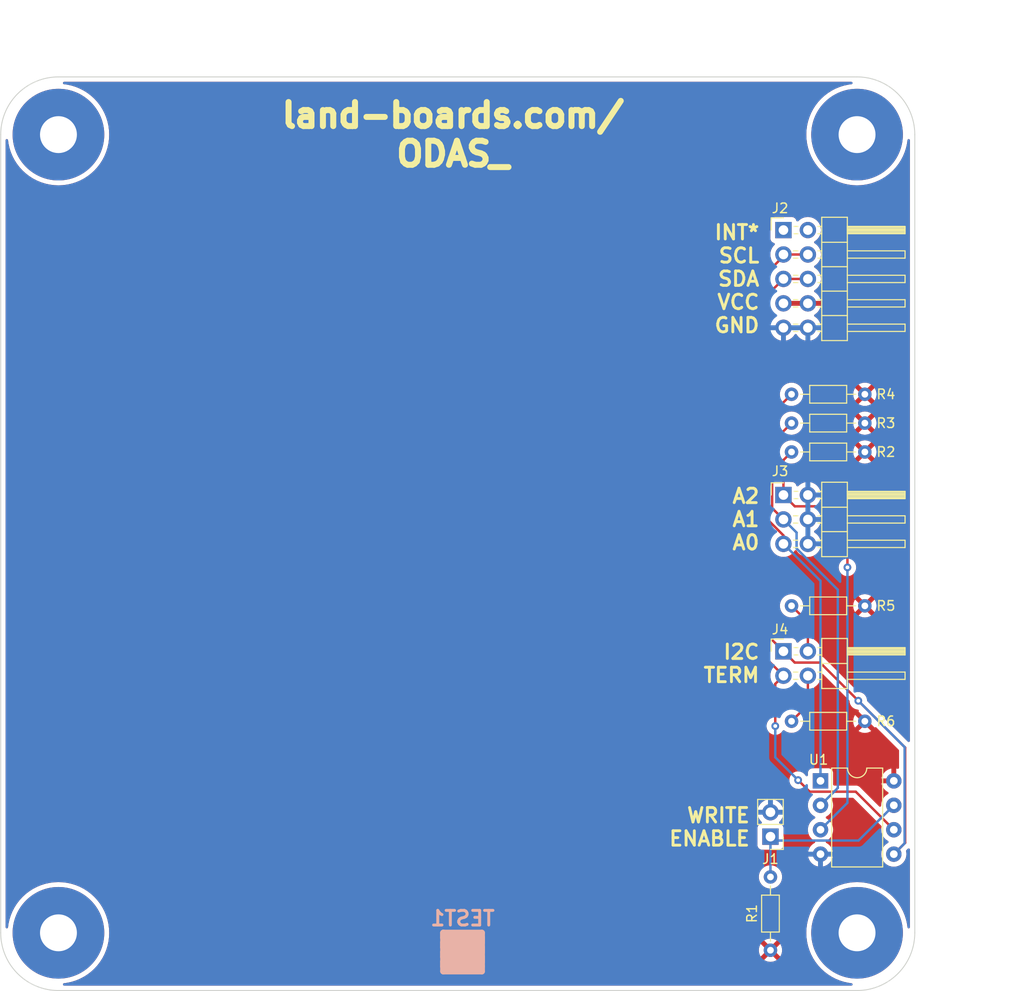
<source format=kicad_pcb>
(kicad_pcb (version 20211014) (generator pcbnew)
  (layers (0 "F.Cu" signal) (31 "B.Cu" signal) (34 "B.Paste" user) (35 "F.Paste" user) (36 "B.SilkS" user "B.Silkscreen") (37 "F.SilkS" user "F.Silkscreen") (38 "B.Mask" user) (39 "F.Mask" user) (44 "Edge.Cuts" user))
  (net 0 "")
  (net 1 "Net-(J1-Pad1)")
  (net 2 "GND")
  (net 5 "/SCL")
  (net 6 "/SDA")
  (net 7 "VCC")
  (net 8 "/A2")
  (net 9 "/A1")
  (net 10 "/A0")
  (net 11 "Net-(J4-Pad2)")
  (net 12 "Net-(J4-Pad4)")
  (footprint "Resistor_THT:R_Axial_DIN0204_L3.6mm_D1.6mm_P7.62mm_Horizontal" (layer "F.Cu") (at 144.81 82 180)
    (fp_text reference "R5" (at -2.19 0) (layer "F.SilkS"))
    (fp_text value "2.2K")
    (fp_line (start 6.68 0) (end 5.73 0) (layer "F.SilkS") (width 0.12))
    (fp_line (start 5.73 -0.92) (end 1.89 -0.92) (layer "F.SilkS") (width 0.12))
    (fp_line (start 5.73 0.92) (end 5.73 -0.92) (layer "F.SilkS") (width 0.12))
    (fp_line (start 0.94 0) (end 1.89 0) (layer "F.SilkS") (width 0.12))
    (fp_line (start 1.89 -0.92) (end 1.89 0.92) (layer "F.SilkS") (width 0.12))
    (fp_line (start 1.89 0.92) (end 5.73 0.92) (layer "F.SilkS") (width 0.12))
    (pad "1" thru_hole circle (at 0 0 180) (size 1.4 1.4) (drill 0.7) (layers *.Cu *.Mask) (net 7 "VCC"))
    (pad "2" thru_hole oval (at 7.62 0 180) (size 1.4 1.4) (drill 0.7) (layers *.Cu *.Mask) (net 11 "Net-(J4-Pad2)"))
  )
  (footprint "Resistor_THT:R_Axial_DIN0204_L3.6mm_D1.6mm_P7.62mm_Horizontal" (layer "F.Cu") (at 144.81 66 180)
    (fp_text reference "R2" (at -2.19 0) (layer "F.SilkS"))
    (fp_text value "2.2K")
    (fp_line (start 5.73 -0.92) (end 1.89 -0.92) (layer "F.SilkS") (width 0.12))
    (fp_line (start 1.89 0.92) (end 5.73 0.92) (layer "F.SilkS") (width 0.12))
    (fp_line (start 0.94 0) (end 1.89 0) (layer "F.SilkS") (width 0.12))
    (fp_line (start 5.73 0.92) (end 5.73 -0.92) (layer "F.SilkS") (width 0.12))
    (fp_line (start 1.89 -0.92) (end 1.89 0.92) (layer "F.SilkS") (width 0.12))
    (fp_line (start 6.68 0) (end 5.73 0) (layer "F.SilkS") (width 0.12))
    (pad "1" thru_hole circle (at 0 0 180) (size 1.4 1.4) (drill 0.7) (layers *.Cu *.Mask) (net 7 "VCC"))
    (pad "2" thru_hole oval (at 7.62 0 180) (size 1.4 1.4) (drill 0.7) (layers *.Cu *.Mask) (net 8 "/A2"))
  )
  (footprint "Connector_PinHeader_2.54mm:PinHeader_1x02_P2.54mm_Vertical" (layer "F.Cu") (at 135 106 180)
    (fp_text reference "J1" (at 0 -2.33) (layer "F.SilkS"))
    (fp_text value "Conn_01x02")
    (fp_line (start -1.33 0) (end -1.33 -1.33) (layer "F.SilkS") (width 0.12))
    (fp_line (start -1.33 1.27) (end 1.33 1.27) (layer "F.SilkS") (width 0.12))
    (fp_line (start -1.33 -1.33) (end 0 -1.33) (layer "F.SilkS") (width 0.12))
    (fp_line (start 1.33 1.27) (end 1.33 3.87) (layer "F.SilkS") (width 0.12))
    (fp_line (start -1.33 3.87) (end 1.33 3.87) (layer "F.SilkS") (width 0.12))
    (fp_line (start -1.33 1.27) (end -1.33 3.87) (layer "F.SilkS") (width 0.12))
    (pad "1" thru_hole rect (at 0 0 180) (size 1.7 1.7) (drill 1) (layers *.Cu *.Mask) (net 1 "Net-(J1-Pad1)"))
    (pad "2" thru_hole oval (at 0 2.54 180) (size 1.7 1.7) (drill 1) (layers *.Cu *.Mask) (net 2 "GND"))
  )
  (footprint "Package_DIP:DIP-8_W7.62mm" (layer "F.Cu") (at 140.2 100.2)
    (fp_text reference "U1" (at -0.2 -2.2) (layer "F.SilkS"))
    (fp_text value "24lC024")
    (fp_line (start 6.46 8.95) (end 6.46 -1.33) (layer "F.SilkS") (width 0.12))
    (fp_line (start 2.81 -1.33) (end 1.16 -1.33) (layer "F.SilkS") (width 0.12))
    (fp_line (start 1.16 8.95) (end 6.46 8.95) (layer "F.SilkS") (width 0.12))
    (fp_line (start 6.46 -1.33) (end 4.81 -1.33) (layer "F.SilkS") (width 0.12))
    (fp_line (start 1.16 -1.33) (end 1.16 8.95) (layer "F.SilkS") (width 0.12))
    (fp_arc (start 4.81 -1.33) (mid 3.81 -0.33) (end 2.81 -1.33) (layer "F.SilkS") (width 0.12))
    (pad "1" thru_hole rect (at 0 0) (size 1.6 1.6) (drill 0.8) (layers *.Cu *.Mask) (net 10 "/A0"))
    (pad "2" thru_hole oval (at 0 2.54) (size 1.6 1.6) (drill 0.8) (layers *.Cu *.Mask) (net 9 "/A1"))
    (pad "3" thru_hole oval (at 0 5.08) (size 1.6 1.6) (drill 0.8) (layers *.Cu *.Mask) (net 8 "/A2"))
    (pad "4" thru_hole oval (at 0 7.62) (size 1.6 1.6) (drill 0.8) (layers *.Cu *.Mask) (net 2 "GND"))
    (pad "5" thru_hole oval (at 7.62 7.62) (size 1.6 1.6) (drill 0.8) (layers *.Cu *.Mask) (net 6 "/SDA"))
    (pad "6" thru_hole oval (at 7.62 5.08) (size 1.6 1.6) (drill 0.8) (layers *.Cu *.Mask) (net 5 "/SCL"))
    (pad "7" thru_hole oval (at 7.62 2.54) (size 1.6 1.6) (drill 0.8) (layers *.Cu *.Mask) (net 1 "Net-(J1-Pad1)"))
    (pad "8" thru_hole oval (at 7.62 0) (size 1.6 1.6) (drill 0.8) (layers *.Cu *.Mask) (net 7 "VCC"))
  )
  (footprint "LandBoards_MountHoles:MTG-6-32" (layer "F.Cu") (at 144 33)
    (fp_text reference "MTG4" hide)
    (fp_text value "MTG_HOLE" hide)
    (pad "1" thru_hole circle locked (at 0 0) (size 9.525 9.525) (drill 3.8354) (layers *.Cu *.Mask) (clearance 0.508))
  )
  (footprint "Resistor_THT:R_Axial_DIN0204_L3.6mm_D1.6mm_P7.62mm_Horizontal" (layer "F.Cu") (at 135 117.81 90)
    (fp_text reference "R1" (at 3.81 -1.92 90) (layer "F.SilkS"))
    (fp_text value "1K")
    (fp_line (start 1.89 -0.92) (end 1.89 0.92) (layer "F.SilkS") (width 0.12))
    (fp_line (start 1.89 0.92) (end 5.73 0.92) (layer "F.SilkS") (width 0.12))
    (fp_line (start 6.68 0) (end 5.73 0) (layer "F.SilkS") (width 0.12))
    (fp_line (start 5.73 0.92) (end 5.73 -0.92) (layer "F.SilkS") (width 0.12))
    (fp_line (start 0.94 0) (end 1.89 0) (layer "F.SilkS") (width 0.12))
    (fp_line (start 5.73 -0.92) (end 1.89 -0.92) (layer "F.SilkS") (width 0.12))
    (pad "1" thru_hole circle (at 0 0 90) (size 1.4 1.4) (drill 0.7) (layers *.Cu *.Mask) (net 7 "VCC"))
    (pad "2" thru_hole oval (at 7.62 0 90) (size 1.4 1.4) (drill 0.7) (layers *.Cu *.Mask) (net 1 "Net-(J1-Pad1)"))
  )
  (footprint "Connector_PinHeader_2.54mm:PinHeader_2x02_P2.54mm_Horizontal" (layer "F.Cu") (at 136.35 86.725)
    (fp_text reference "J4" (at -0.35 -2.27) (layer "F.SilkS"))
    (fp_text value "Conn_02x02_Odd_Even")
    (fp_line (start 3.582929 0.38) (end 3.98 0.38) (layer "F.SilkS") (width 0.12))
    (fp_line (start 3.98 3.87) (end 6.64 3.87) (layer "F.SilkS") (width 0.12))
    (fp_line (start 6.64 -1.33) (end 3.98 -1.33) (layer "F.SilkS") (width 0.12))
    (fp_line (start 1.042929 2.16) (end 1.497071 2.16) (layer "F.SilkS") (width 0.12))
    (fp_line (start 1.042929 2.92) (end 1.497071 2.92) (layer "F.SilkS") (width 0.12))
    (fp_line (start -1.27 -1.27) (end 0 -1.27) (layer "F.SilkS") (width 0.12))
    (fp_line (start 3.582929 -0.38) (end 3.98 -0.38) (layer "F.SilkS") (width 0.12))
    (fp_line (start 6.64 3.87) (end 6.64 -1.33) (layer "F.SilkS") (width 0.12))
    (fp_line (start 3.582929 2.16) (end 3.98 2.16) (layer "F.SilkS") (width 0.12))
    (fp_line (start 6.64 0.28) (end 12.64 0.28) (layer "F.SilkS") (width 0.12))
    (fp_line (start 6.64 -0.38) (end 12.64 -0.38) (layer "F.SilkS") (width 0.12))
    (fp_line (start -1.27 0) (end -1.27 -1.27) (layer "F.SilkS") (width 0.12))
    (fp_line (start 6.64 0.16) (end 12.64 0.16) (layer "F.SilkS") (width 0.12))
    (fp_line (start 6.64 2.16) (end 12.64 2.16) (layer "F.SilkS") (width 0.12))
    (fp_line (start 6.64 -0.32) (end 12.64 -0.32) (layer "F.SilkS") (width 0.12))
    (fp_line (start 6.64 -0.08) (end 12.64 -0.08) (layer "F.SilkS") (width 0.12))
    (fp_line (start 3.582929 2.92) (end 3.98 2.92) (layer "F.SilkS") (width 0.12))
    (fp_line (start 1.11 -0.38) (end 1.497071 -0.38) (layer "F.SilkS") (width 0.12))
    (fp_line (start 12.64 -0.38) (end 12.64 0.38) (layer "F.SilkS") (width 0.12))
    (fp_line (start 12.64 0.38) (end 6.64 0.38) (layer "F.SilkS") (width 0.12))
    (fp_line (start 1.11 0.38) (end 1.497071 0.38) (layer "F.SilkS") (width 0.12))
    (fp_line (start 6.64 0.04) (end 12.64 0.04) (layer "F.SilkS") (width 0.12))
    (fp_line (start 12.64 2.92) (end 6.64 2.92) (layer "F.SilkS") (width 0.12))
    (fp_line (start 12.64 2.16) (end 12.64 2.92) (layer "F.SilkS") (width 0.12))
    (fp_line (start 3.98 -1.33) (end 3.98 3.87) (layer "F.SilkS") (width 0.12))
    (fp_line (start 3.98 1.27) (end 6.64 1.27) (layer "F.SilkS") (width 0.12))
    (fp_line (start 6.64 -0.2) (end 12.64 -0.2) (layer "F.SilkS") (width 0.12))
    (pad "1" thru_hole rect (at 0 0) (size 1.7 1.7) (drill 1) (layers *.Cu *.Mask) (net 6 "/SDA"))
    (pad "2" thru_hole oval (at 2.54 0) (size 1.7 1.7) (drill 1) (layers *.Cu *.Mask) (net 11 "Net-(J4-Pad2)"))
    (pad "3" thru_hole oval (at 0 2.54) (size 1.7 1.7) (drill 1) (layers *.Cu *.Mask) (net 5 "/SCL"))
    (pad "4" thru_hole oval (at 2.54 2.54) (size 1.7 1.7) (drill 1) (layers *.Cu *.Mask) (net 12 "Net-(J4-Pad4)"))
  )
  (footprint "Connector_PinHeader_2.54mm:PinHeader_2x05_P2.54mm_Horizontal" (layer "F.Cu") (at 136.35 42.925)
    (fp_text reference "J2" (at -0.35 -2.27) (layer "F.SilkS"))
    (fp_text value "Conn_02x05_Odd_Even")
    (fp_line (start 3.98 6.35) (end 6.64 6.35) (layer "F.SilkS") (width 0.12))
    (fp_line (start 6.64 11.49) (end 6.64 -1.33) (layer "F.SilkS") (width 0.12))
    (fp_line (start 6.64 -0.2) (end 12.64 -0.2) (layer "F.SilkS") (width 0.12))
    (fp_line (start 3.582929 9.78) (end 3.98 9.78) (layer "F.SilkS") (width 0.12))
    (fp_line (start 3.582929 -0.38) (end 3.98 -0.38) (layer "F.SilkS") (width 0.12))
    (fp_line (start 6.64 0.04) (end 12.64 0.04) (layer "F.SilkS") (width 0.12))
    (fp_line (start 3.582929 2.92) (end 3.98 2.92) (layer "F.SilkS") (width 0.12))
    (fp_line (start 12.64 9.78) (end 12.64 10.54) (layer "F.SilkS") (width 0.12))
    (fp_line (start 1.042929 10.54) (end 1.497071 10.54) (layer "F.SilkS") (width 0.12))
    (fp_line (start 3.582929 0.38) (end 3.98 0.38) (layer "F.SilkS") (width 0.12))
    (fp_line (start 12.64 10.54) (end 6.64 10.54) (layer "F.SilkS") (width 0.12))
    (fp_line (start 6.64 4.7) (end 12.64 4.7) (layer "F.SilkS") (width 0.12))
    (fp_line (start 1.042929 7.24) (end 1.497071 7.24) (layer "F.SilkS") (width 0.12))
    (fp_line (start 12.64 7.24) (end 12.64 8) (layer "F.SilkS") (width 0.12))
    (fp_line (start -1.27 -1.27) (end 0 -1.27) (layer "F.SilkS") (width 0.12))
    (fp_line (start 12.64 5.46) (end 6.64 5.46) (layer "F.SilkS") (width 0.12))
    (fp_line (start 12.64 2.92) (end 6.64 2.92) (layer "F.SilkS") (width 0.12))
    (fp_line (start 6.64 2.16) (end 12.64 2.16) (layer "F.SilkS") (width 0.12))
    (fp_line (start 3.98 3.81) (end 6.64 3.81) (layer "F.SilkS") (width 0.12))
    (fp_line (start 12.64 0.38) (end 6.64 0.38) (layer "F.SilkS") (width 0.12))
    (fp_line (start 6.64 -1.33) (end 3.98 -1.33) (layer "F.SilkS") (width 0.12))
    (fp_line (start 3.582929 8) (end 3.98 8) (layer "F.SilkS") (width 0.12))
    (fp_line (start 6.64 -0.38) (end 12.64 -0.38) (layer "F.SilkS") (width 0.12))
    (fp_line (start 3.582929 5.46) (end 3.98 5.46) (layer "F.SilkS") (width 0.12))
    (fp_line (start 1.042929 8) (end 1.497071 8) (layer "F.SilkS") (width 0.12))
    (fp_line (start 12.64 4.7) (end 12.64 5.46) (layer "F.SilkS") (width 0.12))
    (fp_line (start 3.98 8.89) (end 6.64 8.89) (layer "F.SilkS") (width 0.12))
    (fp_line (start 3.582929 2.16) (end 3.98 2.16) (layer "F.SilkS") (width 0.12))
    (fp_line (start 6.64 -0.32) (end 12.64 -0.32) (layer "F.SilkS") (width 0.12))
    (fp_line (start 12.64 2.16) (end 12.64 2.92) (layer "F.SilkS") (width 0.12))
    (fp_line (start 6.64 0.28) (end 12.64 0.28) (layer "F.SilkS") (width 0.12))
    (fp_line (start 1.042929 4.7) (end 1.497071 4.7) (layer "F.SilkS") (width 0.12))
    (fp_line (start 12.64 -0.38) (end 12.64 0.38) (layer "F.SilkS") (width 0.12))
    (fp_line (start 1.042929 2.16) (end 1.497071 2.16) (layer "F.SilkS") (width 0.12))
    (fp_line (start 6.64 9.78) (end 12.64 9.78) (layer "F.SilkS") (width 0.12))
    (fp_line (start 1.042929 2.92) (end 1.497071 2.92) (layer "F.SilkS") (width 0.12))
    (fp_line (start 1.11 -0.38) (end 1.497071 -0.38) (layer "F.SilkS") (width 0.12))
    (fp_line (start 6.64 -0.08) (end 12.64 -0.08) (layer "F.SilkS") (width 0.12))
    (fp_line (start 6.64 0.16) (end 12.64 0.16) (layer "F.SilkS") (width 0.12))
    (fp_line (start 1.042929 9.78) (end 1.497071 9.78) (layer "F.SilkS") (width 0.12))
    (fp_line (start 1.042929 5.46) (end 1.497071 5.46) (layer "F.SilkS") (width 0.12))
    (fp_line (start 3.98 -1.33) (end 3.98 11.49) (layer "F.SilkS") (width 0.12))
    (fp_line (start -1.27 0) (end -1.27 -1.27) (layer "F.SilkS") (width 0.12))
    (fp_line (start 3.582929 4.7) (end 3.98 4.7) (layer "F.SilkS") (width 0.12))
    (fp_line (start 6.64 7.24) (end 12.64 7.24) (layer "F.SilkS") (width 0.12))
    (fp_line (start 1.11 0.38) (end 1.497071 0.38) (layer "F.SilkS") (width 0.12))
    (fp_line (start 3.582929 10.54) (end 3.98 10.54) (layer "F.SilkS") (width 0.12))
    (fp_line (start 3.98 1.27) (end 6.64 1.27) (layer "F.SilkS") (width 0.12))
    (fp_line (start 12.64 8) (end 6.64 8) (layer "F.SilkS") (width 0.12))
    (fp_line (start 3.98 11.49) (end 6.64 11.49) (layer "F.SilkS") (width 0.12))
    (fp_line (start 3.582929 7.24) (end 3.98 7.24) (layer "F.SilkS") (width 0.12))
    (pad "1" thru_hole rect (at 0 0) (size 1.7 1.7) (drill 1) (layers *.Cu *.Mask))
    (pad "2" thru_hole oval (at 2.54 0) (size 1.7 1.7) (drill 1) (layers *.Cu *.Mask))
    (pad "3" thru_hole oval (at 0 2.54) (size 1.7 1.7) (drill 1) (layers *.Cu *.Mask) (net 5 "/SCL"))
    (pad "4" thru_hole oval (at 2.54 2.54) (size 1.7 1.7) (drill 1) (layers *.Cu *.Mask) (net 5 "/SCL"))
    (pad "5" thru_hole oval (at 0 5.08) (size 1.7 1.7) (drill 1) (layers *.Cu *.Mask) (net 6 "/SDA"))
    (pad "6" thru_hole oval (at 2.54 5.08) (size 1.7 1.7) (drill 1) (layers *.Cu *.Mask) (net 6 "/SDA"))
    (pad "7" thru_hole oval (at 0 7.62) (size 1.7 1.7) (drill 1) (layers *.Cu *.Mask) (net 7 "VCC"))
    (pad "8" thru_hole oval (at 2.54 7.62) (size 1.7 1.7) (drill 1) (layers *.Cu *.Mask) (net 7 "VCC"))
    (pad "9" thru_hole oval (at 0 10.16) (size 1.7 1.7) (drill 1) (layers *.Cu *.Mask) (net 2 "GND"))
    (pad "10" thru_hole oval (at 2.54 10.16) (size 1.7 1.7) (drill 1) (layers *.Cu *.Mask) (net 2 "GND"))
  )
  (footprint "LandBoards_MountHoles:MTG-6-32" (layer "F.Cu") (at 61 116)
    (fp_text reference "MTG1" hide)
    (fp_text value "MTG_HOLE" hide)
    (pad "1" thru_hole circle locked (at 0 0) (size 9.525 9.525) (drill 3.8354) (layers *.Cu *.Mask) (clearance 0.508))
  )
  (footprint "Resistor_THT:R_Axial_DIN0204_L3.6mm_D1.6mm_P7.62mm_Horizontal" (layer "F.Cu") (at 144.81 60 180)
    (fp_text reference "R4" (at -2.19 0) (layer "F.SilkS"))
    (fp_text value "2.2K")
    (fp_line (start 1.89 -0.92) (end 1.89 0.92) (layer "F.SilkS") (width 0.12))
    (fp_line (start 0.94 0) (end 1.89 0) (layer "F.SilkS") (width 0.12))
    (fp_line (start 1.89 0.92) (end 5.73 0.92) (layer "F.SilkS") (width 0.12))
    (fp_line (start 5.73 -0.92) (end 1.89 -0.92) (layer "F.SilkS") (width 0.12))
    (fp_line (start 6.68 0) (end 5.73 0) (layer "F.SilkS") (width 0.12))
    (fp_line (start 5.73 0.92) (end 5.73 -0.92) (layer "F.SilkS") (width 0.12))
    (pad "1" thru_hole circle (at 0 0 180) (size 1.4 1.4) (drill 0.7) (layers *.Cu *.Mask) (net 7 "VCC"))
    (pad "2" thru_hole oval (at 7.62 0 180) (size 1.4 1.4) (drill 0.7) (layers *.Cu *.Mask) (net 10 "/A0"))
  )
  (footprint "Connector_PinHeader_2.54mm:PinHeader_2x03_P2.54mm_Horizontal" (layer "F.Cu") (at 136.35 70.475)
    (fp_text reference "J3" (at -0.35 -2.475) (layer "F.SilkS"))
    (fp_text value "Conn_02x03_Counter_Clockwise")
    (fp_line (start 3.98 3.81) (end 6.64 3.81) (layer "F.SilkS") (width 0.12))
    (fp_line (start 3.582929 2.92) (end 3.98 2.92) (layer "F.SilkS") (width 0.12))
    (fp_line (start 6.64 2.16) (end 12.64 2.16) (layer "F.SilkS") (width 0.12))
    (fp_line (start 12.64 0.38) (end 6.64 0.38) (layer "F.SilkS") (width 0.12))
    (fp_line (start 1.11 0.38) (end 1.497071 0.38) (layer "F.SilkS") (width 0.12))
    (fp_line (start 6.64 4.7) (end 12.64 4.7) (layer "F.SilkS") (width 0.12))
    (fp_line (start 6.64 -1.33) (end 3.98 -1.33) (layer "F.SilkS") (width 0.12))
    (fp_line (start 6.64 -0.08) (end 12.64 -0.08) (layer "F.SilkS") (width 0.12))
    (fp_line (start 6.64 0.28) (end 12.64 0.28) (layer "F.SilkS") (width 0.12))
    (fp_line (start 12.64 2.16) (end 12.64 2.92) (layer "F.SilkS") (width 0.12))
    (fp_line (start 12.64 4.7) (end 12.64 5.46) (layer "F.SilkS") (width 0.12))
    (fp_line (start 6.64 -0.32) (end 12.64 -0.32) (layer "F.SilkS") (width 0.12))
    (fp_line (start 12.64 5.46) (end 6.64 5.46) (layer "F.SilkS") (width 0.12))
    (fp_line (start 1.042929 2.92) (end 1.497071 2.92) (layer "F.SilkS") (width 0.12))
    (fp_line (start -1.27 -1.27) (end 0 -1.27) (layer "F.SilkS") (width 0.12))
    (fp_line (start 3.582929 0.38) (end 3.98 0.38) (layer "F.SilkS") (width 0.12))
    (fp_line (start 1.11 -0.38) (end 1.497071 -0.38) (layer "F.SilkS") (width 0.12))
    (fp_line (start 6.64 -0.38) (end 12.64 -0.38) (layer "F.SilkS") (width 0.12))
    (fp_line (start 1.042929 5.46) (end 1.497071 5.46) (layer "F.SilkS") (width 0.12))
    (fp_line (start 12.64 -0.38) (end 12.64 0.38) (layer "F.SilkS") (width 0.12))
    (fp_line (start 6.64 0.16) (end 12.64 0.16) (layer "F.SilkS") (width 0.12))
    (fp_line (start 6.64 0.04) (end 12.64 0.04) (layer "F.SilkS") (width 0.12))
    (fp_line (start 3.98 -1.33) (end 3.98 6.41) (layer "F.SilkS") (width 0.12))
    (fp_line (start 1.042929 2.16) (end 1.497071 2.16) (layer "F.SilkS") (width 0.12))
    (fp_line (start 3.582929 2.16) (end 3.98 2.16) (layer "F.SilkS") (width 0.12))
    (fp_line (start 3.582929 4.7) (end 3.98 4.7) (layer "F.SilkS") (width 0.12))
    (fp_line (start 6.64 6.41) (end 6.64 -1.33) (layer "F.SilkS") (width 0.12))
    (fp_line (start 3.582929 -0.38) (end 3.98 -0.38) (layer "F.SilkS") (width 0.12))
    (fp_line (start 3.98 1.27) (end 6.64 1.27) (layer "F.SilkS") (width 0.12))
    (fp_line (start 3.582929 5.46) (end 3.98 5.46) (layer "F.SilkS") (width 0.12))
    (fp_line (start 12.64 2.92) (end 6.64 2.92) (layer "F.SilkS") (width 0.12))
    (fp_line (start 3.98 6.41) (end 6.64 6.41) (layer "F.SilkS") (width 0.12))
    (fp_line (start 1.042929 4.7) (end 1.497071 4.7) (layer "F.SilkS") (width 0.12))
    (fp_line (start 6.64 -0.2) (end 12.64 -0.2) (layer "F.SilkS") (width 0.12))
    (fp_line (start -1.27 0) (end -1.27 -1.27) (layer "F.SilkS") (width 0.12))
    (pad "1" thru_hole rect (at 0 0) (size 1.7 1.7) (drill 1) (layers *.Cu *.Mask) (net 8 "/A2"))
    (pad "2" thru_hole oval (at 2.54 0) (size 1.7 1.7) (drill 1) (layers *.Cu *.Mask) (net 2 "GND"))
    (pad "3" thru_hole oval (at 0 2.54) (size 1.7 1.7) (drill 1) (layers *.Cu *.Mask) (net 9 "/A1"))
    (pad "4" thru_hole oval (at 2.54 2.54) (size 1.7 1.7) (drill 1) (layers *.Cu *.Mask) (net 2 "GND"))
    (pad "5" thru_hole oval (at 0 5.08) (size 1.7 1.7) (drill 1) (layers *.Cu *.Mask) (net 10 "/A0"))
    (pad "6" thru_hole oval (at 2.54 5.08) (size 1.7 1.7) (drill 1) (layers *.Cu *.Mask) (net 2 "GND"))
  )
  (footprint "Resistor_THT:R_Axial_DIN0204_L3.6mm_D1.6mm_P7.62mm_Horizontal" (layer "F.Cu") (at 144.81 94 180)
    (fp_text reference "R6" (at -2.19 0) (layer "F.SilkS"))
    (fp_text value "2.2K")
    (fp_line (start 1.89 0.92) (end 5.73 0.92) (layer "F.SilkS") (width 0.12))
    (fp_line (start 0.94 0) (end 1.89 0) (layer "F.SilkS") (width 0.12))
    (fp_line (start 6.68 0) (end 5.73 0) (layer "F.SilkS") (width 0.12))
    (fp_line (start 5.73 -0.92) (end 1.89 -0.92) (layer "F.SilkS") (width 0.12))
    (fp_line (start 5.73 0.92) (end 5.73 -0.92) (layer "F.SilkS") (width 0.12))
    (fp_line (start 1.89 -0.92) (end 1.89 0.92) (layer "F.SilkS") (width 0.12))
    (pad "1" thru_hole circle (at 0 0 180) (size 1.4 1.4) (drill 0.7) (layers *.Cu *.Mask) (net 7 "VCC"))
    (pad "2" thru_hole oval (at 7.62 0 180) (size 1.4 1.4) (drill 0.7) (layers *.Cu *.Mask) (net 12 "Net-(J4-Pad4)"))
  )
  (footprint "LandBoards_Marking:TEST_BLK-REAR" (layer "F.Cu") (at 103 118)
    (fp_text reference "TEST1" (at 0 -3.5) (layer "B.SilkS") (effects (font (size 1.524 1.524) (thickness 0.3048)) (justify mirror)))
    (fp_text value "TEST_COUPON" hide)
    (fp_line (start 2 -0.5) (end 2 0) (layer "B.SilkS") (width 0.65))
    (fp_line (start 2 0) (end -2 0) (layer "B.SilkS") (width 0.65))
    (fp_line (start -2 2) (end -2 -2) (layer "B.SilkS") (width 0.65))
    (fp_line (start -2 -2) (end -2 -1.5) (layer "B.SilkS") (width 0.65))
    (fp_line (start -2 1) (end -2 1.5) (layer "B.SilkS") (width 0.65))
    (fp_line (start -2 -2) (end 2 -2) (layer "B.SilkS") (width 0.65))
    (fp_line (start 2 1) (end -2 1) (layer "B.SilkS") (width 0.65))
    (fp_line (start -2 -0.5) (end 2 -0.5) (layer "B.SilkS") (width 0.65))
    (fp_line (start 2 2) (end -2 2) (layer "B.SilkS") (width 0.65))
    (fp_line (start -2 1.5) (end 2 1.5) (layer "B.SilkS") (width 0.65))
    (fp_line (start 2 -1.5) (end 2 -1) (layer "B.SilkS") (width 0.65))
    (fp_line (start 2 0.5) (end 2 1) (layer "B.SilkS") (width 0.65))
    (fp_line (start 1.5 0.5) (end 2 0.5) (layer "B.SilkS") (width 0.65))
    (fp_line (start -2 -1) (end -2 -0.5) (layer "B.SilkS") (width 0.65))
    (fp_line (start -2 0.5) (end 1.5 0.5) (layer "B.SilkS") (width 0.65))
    (fp_line (start -2 0) (end -2 0.5) (layer "B.SilkS") (width 0.65))
    (fp_line (start -2 -1.5) (end 2 -1.5) (layer "B.SilkS") (width 0.65))
    (fp_line (start 2 -2) (end 2 2) (layer "B.SilkS") (width 0.65))
    (fp_line (start 2 -1) (end -2 -1) (layer "B.SilkS") (width 0.65))
  )
  (footprint "Resistor_THT:R_Axial_DIN0204_L3.6mm_D1.6mm_P7.62mm_Horizontal" (layer "F.Cu") (at 144.81 63 180)
    (fp_text reference "R3" (at -2.19 0) (layer "F.SilkS"))
    (fp_text value "2.2K")
    (fp_line (start 5.73 -0.92) (end 1.89 -0.92) (layer "F.SilkS") (width 0.12))
    (fp_line (start 0.94 0) (end 1.89 0) (layer "F.SilkS") (width 0.12))
    (fp_line (start 1.89 0.92) (end 5.73 0.92) (layer "F.SilkS") (width 0.12))
    (fp_line (start 1.89 -0.92) (end 1.89 0.92) (layer "F.SilkS") (width 0.12))
    (fp_line (start 6.68 0) (end 5.73 0) (layer "F.SilkS") (width 0.12))
    (fp_line (start 5.73 0.92) (end 5.73 -0.92) (layer "F.SilkS") (width 0.12))
    (pad "1" thru_hole circle (at 0 0 180) (size 1.4 1.4) (drill 0.7) (layers *.Cu *.Mask) (net 7 "VCC"))
    (pad "2" thru_hole oval (at 7.62 0 180) (size 1.4 1.4) (drill 0.7) (layers *.Cu *.Mask) (net 9 "/A1"))
  )
  (footprint "LandBoards_MountHoles:MTG-6-32" (layer "F.Cu") (at 144 116)
    (fp_text reference "MTG2" hide)
    (fp_text value "MTG_HOLE" hide)
    (pad "1" thru_hole circle locked (at 0 0) (size 9.525 9.525) (drill 3.8354) (layers *.Cu *.Mask) (clearance 0.508))
  )
  (footprint "LandBoards_MountHoles:MTG-6-32" (layer "F.Cu") (at 61 33)
    (fp_text reference "MTG3" hide)
    (fp_text value "MTG_HOLE" hide)
    (pad "1" thru_hole circle locked (at 0 0) (size 9.525 9.525) (drill 3.8354) (layers *.Cu *.Mask) (clearance 0.508))
  )
  (gr_line (start 144 27) (end 61 27) (layer "Edge.Cuts") (width 0.1))
  (gr_arc (start 61 122) (mid 56.757359 120.242641) (end 55 116) (layer "Edge.Cuts") (width 0.1))
  (gr_line (start 55 33) (end 55 116) (layer "Edge.Cuts") (width 0.1))
  (gr_arc (start 55 33) (mid 56.757359 28.757359) (end 61 27) (layer "Edge.Cuts") (width 0.1))
  (gr_arc (start 150 116) (mid 148.242641 120.242641) (end 144 122) (layer "Edge.Cuts") (width 0.1))
  (gr_arc (start 144 27) (mid 148.242641 28.757359) (end 150 33) (layer "Edge.Cuts") (width 0.1))
  (gr_line (start 61 122) (end 144 122) (layer "Edge.Cuts") (width 0.1))
  (gr_line (start 150 116) (end 150 33) (layer "Edge.Cuts") (width 0.1))
  (gr_text "WRITE\nENABLE" (at 133 105) (layer "F.SilkS") (effects (font (size 1.5 1.5) (thickness 0.3)) (justify right)))
  (gr_text "INT*\nSCL\nSDA\nVCC\nGND" (at 134 48) (layer "F.SilkS") (effects (font (size 1.5 1.5) (thickness 0.3)) (justify right)))
  (gr_text "A2\nA1\nA0" (at 134 73) (layer "F.SilkS") (effects (font (size 1.5 1.5) (thickness 0.3)) (justify right)))
  (gr_text "I2C\nTERM" (at 134 88) (layer "F.SilkS") (effects (font (size 1.5 1.5) (thickness 0.3)) (justify right)))
  (gr_text "land-boards.com/\nODAS_" (at 102 33) (layer "F.SilkS") (effects (font (size 2.5 2.5) (thickness 0.625))))
  (segment (start 135 106) (end 135.404511 106.404511) (width 0.25) (layer "B.Cu") (net 1))
  (segment (start 135.404511 106.404511) (end 144.155489 106.404511) (width 0.25) (layer "B.Cu") (net 1))
  (segment (start 144.155489 106.404511) (end 147.82 102.74) (width 0.25) (layer "B.Cu") (net 1))
  (segment (start 135 110.19) (end 135 106) (width 0.25) (layer "B.Cu") (net 1))
  (segment (start 133.826929 48.173071) (end 133.826929 86.741929) (width 0.25) (layer "F.Cu") (net 5))
  (segment (start 139.075489 101.324511) (end 143.864511 101.324511) (width 0.25) (layer "F.Cu") (net 5))
  (segment (start 136.35 89.265) (end 135.5 90.115) (width 0.25) (layer "F.Cu") (net 5))
  (segment (start 138.89 45.465) (end 136.35 45.465) (width 0.25) (layer "F.Cu") (net 5))
  (segment (start 136.35 45.465) (end 136.35 45.65) (width 0.25) (layer "F.Cu") (net 5))
  (segment (start 135.5 90.115) (end 135.5 94.5) (width 0.25) (layer "F.Cu") (net 5))
  (segment (start 143.864511 101.324511) (end 147.82 105.28) (width 0.25) (layer "F.Cu") (net 5))
  (segment (start 133.826929 86.741929) (end 136.35 89.265) (width 0.25) (layer "F.Cu") (net 5))
  (segment (start 136.35 45.65) (end 133.826929 48.173071) (width 0.25) (layer "F.Cu") (net 5))
  (segment (start 137.875489 100.124511) (end 139.075489 101.324511) (width 0.25) (layer "F.Cu") (net 5))
  (via (at 135.5 94.5) (size 0.8) (drill 0.4) (layers "F.Cu" "B.Cu") (net 5))
  (via (at 137.875489 100.124511) (size 0.8) (drill 0.4) (layers "F.Cu" "B.Cu") (net 5))
  (segment (start 135.5 94.5) (end 135.5 97.749022) (width 0.25) (layer "B.Cu") (net 5))
  (segment (start 135.5 97.749022) (end 137.875489 100.124511) (width 0.25) (layer "B.Cu") (net 5))
  (segment (start 136.35 86.725) (end 137.524511 87.899511) (width 0.25) (layer "F.Cu") (net 6))
  (segment (start 149 106.64) (end 147.82 107.82) (width 0.25) (layer "F.Cu") (net 6))
  (segment (start 144.129439 91.870561) (end 149 96.741122) (width 0.25) (layer "F.Cu") (net 6))
  (segment (start 149 96.741122) (end 149 106.64) (width 0.25) (layer "F.Cu") (net 6))
  (segment (start 136.35 48.005) (end 134.276449 50.078551) (width 0.25) (layer "F.Cu") (net 6))
  (segment (start 136.35 48.005) (end 138.89 48.005) (width 0.25) (layer "F.Cu") (net 6))
  (segment (start 134.276449 50.078551) (end 134.276449 84.651449) (width 0.25) (layer "F.Cu") (net 6))
  (segment (start 134.276449 84.651449) (end 136.35 86.725) (width 0.25) (layer "F.Cu") (net 6))
  (segment (start 140.158389 87.899511) (end 144.129439 91.870561) (width 0.25) (layer "F.Cu") (net 6))
  (segment (start 137.524511 87.899511) (end 140.158389 87.899511) (width 0.25) (layer "F.Cu") (net 6))
  (via (at 144.129439 91.870561) (size 0.8) (drill 0.4) (layers "F.Cu" "B.Cu") (net 6))
  (segment (start 148.944511 106.695489) (end 148.944511 96.685633) (width 0.25) (layer "B.Cu") (net 6))
  (segment (start 148.944511 96.685633) (end 144.129439 91.870561) (width 0.25) (layer "B.Cu") (net 6))
  (segment (start 147.82 107.82) (end 148.944511 106.695489) (width 0.25) (layer "B.Cu") (net 6))
  (segment (start 139.649511 71.649511) (end 143 75) (width 0.25) (layer "F.Cu") (net 8))
  (segment (start 143 75) (end 143 78) (width 0.25) (layer "F.Cu") (net 8))
  (segment (start 136.35 70.475) (end 136.35 66.84) (width 0.25) (layer "F.Cu") (net 8))
  (segment (start 136.35 70.475) (end 137.524511 71.649511) (width 0.25) (layer "F.Cu") (net 8))
  (segment (start 136.35 66.84) (end 137.19 66) (width 0.25) (layer "F.Cu") (net 8))
  (segment (start 137.524511 71.649511) (end 139.649511 71.649511) (width 0.25) (layer "F.Cu") (net 8))
  (via (at 143 78) (size 0.8) (drill 0.4) (layers "F.Cu" "B.Cu") (net 8))
  (segment (start 143 78) (end 143 102.48) (width 0.25) (layer "B.Cu") (net 8))
  (segment (start 143 102.48) (end 140.2 105.28) (width 0.25) (layer "B.Cu") (net 8))
  (segment (start 135.175489 65.014511) (end 137.19 63) (width 0.25) (layer "F.Cu") (net 9))
  (segment (start 136.35 73.015) (end 135.175489 71.840489) (width 0.25) (layer "F.Cu") (net 9))
  (segment (start 135.175489 71.840489) (end 135.175489 65.014511) (width 0.25) (layer "F.Cu") (net 9))
  (segment (start 137.715489 74.380489) (end 137.715489 76.041499) (width 0.25) (layer "B.Cu") (net 9))
  (segment (start 137.715489 76.041499) (end 142 80.32601) (width 0.25) (layer "B.Cu") (net 9))
  (segment (start 136.35 73.015) (end 137.715489 74.380489) (width 0.25) (layer "B.Cu") (net 9))
  (segment (start 142 100.94) (end 140.2 102.74) (width 0.25) (layer "B.Cu") (net 9))
  (segment (start 142 80.32601) (end 142 100.94) (width 0.25) (layer "B.Cu") (net 9))
  (segment (start 136.35 75.555) (end 136.35 74.67601) (width 0.25) (layer "F.Cu") (net 10))
  (segment (start 134.725969 73.051979) (end 134.725969 62.464031) (width 0.25) (layer "F.Cu") (net 10))
  (segment (start 134.725969 62.464031) (end 137.19 60) (width 0.25) (layer "F.Cu") (net 10))
  (segment (start 136.35 74.67601) (end 134.725969 73.051979) (width 0.25) (layer "F.Cu") (net 10))
  (segment (start 136.35 75.555) (end 140.2 79.405) (width 0.25) (layer "B.Cu") (net 10))
  (segment (start 140.2 79.405) (end 140.2 100.2) (width 0.25) (layer "B.Cu") (net 10))
  (segment (start 138.89 86.725) (end 138.89 83.7) (width 0.25) (layer "F.Cu") (net 11))
  (segment (start 138.89 83.7) (end 137.19 82) (width 0.25) (layer "F.Cu") (net 11))
  (segment (start 137.19 94) (end 138.89 92.3) (width 0.25) (layer "F.Cu") (net 12))
  (segment (start 138.89 92.3) (end 138.89 89.265) (width 0.25) (layer "F.Cu") (net 12))
  (zone (net 7) (net_name "VCC") (layer "F.Cu") (connect_pads (clearance 0.508)) (min_thickness 0.254) (fill yes (thermal_gap 0.508) (thermal_bridge_width 0.508))
    (polygon (pts (xy 148 29) (xy 150 33) (xy 150 116) (xy 148 120) (xy 144 122) (xy 61 122) (xy 56 119) (xy 55 115) (xy 55 32) (xy 57 28) (xy 61 27) (xy 144 27)))
  )
  (zone (net 2) (net_name "GND") (layer "B.Cu") (connect_pads (clearance 0.508)) (min_thickness 0.254) (fill yes (thermal_gap 0.508) (thermal_bridge_width 0.508))
    (polygon (pts (xy 148 29) (xy 150 33) (xy 150 116) (xy 148 120) (xy 144 122) (xy 61 122) (xy 56 119) (xy 55 115) (xy 55 32) (xy 57 29) (xy 61 27) (xy 144 27)))
  )
)
</source>
